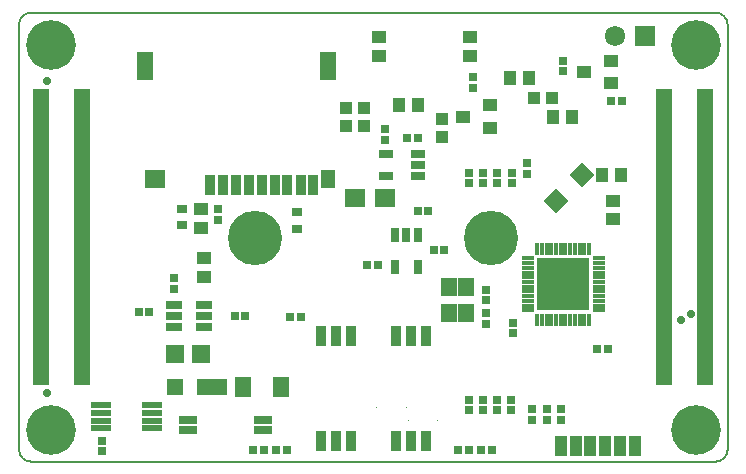
<source format=gts>
%FSLAX44Y44*%
%MOMM*%
G71*
G01*
G75*
G04 Layer_Color=8388736*
%ADD10R,0.5000X0.6000*%
%ADD11R,0.6000X0.5000*%
%ADD12R,0.5000X1.1000*%
%ADD13R,1.1000X0.5000*%
%ADD14R,0.8128X0.8128*%
%ADD15R,1.0160X0.8890*%
%ADD16R,2.4000X1.2500*%
%ADD17R,1.2000X1.2500*%
%ADD18R,0.8890X1.0160*%
%ADD19R,1.6002X1.2954*%
%ADD20R,0.7600X1.5200*%
%ADD21R,0.8128X0.8128*%
%ADD22R,1.0668X0.8128*%
G04:AMPARAMS|DCode=23|XSize=0.22mm|YSize=0.8mm|CornerRadius=0mm|HoleSize=0mm|Usage=FLASHONLY|Rotation=90.000|XOffset=0mm|YOffset=0mm|HoleType=Round|Shape=RoundedRectangle|*
%AMROUNDEDRECTD23*
21,1,0.2200,0.8000,0,0,90.0*
21,1,0.2200,0.8000,0,0,90.0*
1,1,0.0000,0.4000,0.1100*
1,1,0.0000,0.4000,-0.1100*
1,1,0.0000,-0.4000,-0.1100*
1,1,0.0000,-0.4000,0.1100*
%
%ADD23ROUNDEDRECTD23*%
G04:AMPARAMS|DCode=24|XSize=0.22mm|YSize=0.8mm|CornerRadius=0mm|HoleSize=0mm|Usage=FLASHONLY|Rotation=0.000|XOffset=0mm|YOffset=0mm|HoleType=Round|Shape=RoundedRectangle|*
%AMROUNDEDRECTD24*
21,1,0.2200,0.8000,0,0,0.0*
21,1,0.2200,0.8000,0,0,0.0*
1,1,0.0000,0.1100,-0.4000*
1,1,0.0000,-0.1100,-0.4000*
1,1,0.0000,-0.1100,0.4000*
1,1,0.0000,0.1100,0.4000*
%
%ADD24ROUNDEDRECTD24*%
%ADD25R,4.3000X4.3000*%
%ADD26R,0.7000X0.6000*%
%ADD27R,1.2500X0.3000*%
%ADD28R,0.7000X1.6000*%
%ADD29R,1.1000X1.4000*%
%ADD30R,1.6000X1.4000*%
%ADD31R,1.2000X2.2000*%
%ADD32R,1.2000X1.4000*%
%ADD33R,0.8000X1.6000*%
%ADD34R,1.4000X0.6000*%
%ADD35P,1.8385X4X90.0*%
%ADD36R,1.2700X0.5080*%
%ADD37R,1.3970X1.3970*%
%ADD38R,1.2000X1.6000*%
%ADD39R,1.5000X0.4000*%
%ADD40C,0.4000*%
%ADD41C,0.2000*%
%ADD42C,0.3000*%
%ADD43C,0.2540*%
%ADD44C,0.1270*%
%ADD45C,0.6000*%
%ADD46R,1.3000X1.2000*%
%ADD47C,0.0254*%
%ADD48C,4.4000*%
%ADD49C,0.5000*%
G04:AMPARAMS|DCode=50|XSize=4mm|YSize=4mm|CornerRadius=2mm|HoleSize=0mm|Usage=FLASHONLY|Rotation=0.000|XOffset=0mm|YOffset=0mm|HoleType=Round|Shape=RoundedRectangle|*
%AMROUNDEDRECTD50*
21,1,4.0000,0.0000,0,0,0.0*
21,1,0.0000,4.0000,0,0,0.0*
1,1,4.0000,0.0000,0.0000*
1,1,4.0000,0.0000,0.0000*
1,1,4.0000,0.0000,0.0000*
1,1,4.0000,0.0000,0.0000*
%
%ADD50ROUNDEDRECTD50*%
%ADD51R,1.5240X1.5240*%
%ADD52C,1.5240*%
%ADD53C,3.6000*%
%ADD54R,1.4000X1.2000*%
%ADD55R,0.4000X1.0000*%
%ADD56R,1.0000X0.4000*%
%ADD57R,1.6000X1.2000*%
%ADD58O,2.0320X0.6096*%
%ADD59R,2.0320X0.6096*%
%ADD60R,0.7250X2.3500*%
%ADD61R,1.3970X1.3970*%
%ADD62P,1.8385X4X180.0*%
%ADD63R,0.2000X0.7500*%
%ADD64R,0.7500X0.2000*%
%ADD65R,1.5000X0.8000*%
%ADD66R,1.0000X1.5000*%
%ADD67R,2.1000X3.0000*%
%ADD68R,0.8000X2.1000*%
%ADD69R,1.6000X2.2000*%
%ADD70C,0.8000*%
G04:AMPARAMS|DCode=71|XSize=2mm|YSize=2mm|CornerRadius=0mm|HoleSize=0mm|Usage=FLASHONLY|Rotation=180.000|XOffset=0mm|YOffset=0mm|HoleType=Round|Shape=RoundedRectangle|*
%AMROUNDEDRECTD71*
21,1,2.0000,2.0000,0,0,180.0*
21,1,2.0000,2.0000,0,0,180.0*
1,1,0.0000,-1.0000,1.0000*
1,1,0.0000,1.0000,1.0000*
1,1,0.0000,1.0000,-1.0000*
1,1,0.0000,-1.0000,-1.0000*
%
%ADD71ROUNDEDRECTD71*%
%ADD72R,2.1500X6.3000*%
%ADD73C,0.8000*%
%ADD74R,1.1000X0.4000*%
%ADD75R,1.9250X2.3500*%
%ADD76C,4.0000*%
%ADD77C,0.1250*%
%ADD78C,0.1524*%
%ADD79C,0.1200*%
%ADD80C,0.2032*%
%ADD81C,0.1000*%
%ADD82R,0.7000X0.8000*%
%ADD83R,0.8000X0.7000*%
%ADD84R,0.7000X1.3000*%
%ADD85R,1.3000X0.7000*%
%ADD86R,1.0128X1.0128*%
%ADD87R,1.2160X1.0890*%
%ADD88R,2.6000X1.4500*%
%ADD89R,1.4000X1.4500*%
%ADD90R,1.0890X1.2160*%
%ADD91R,1.8002X1.4954*%
%ADD92R,0.9600X1.7200*%
%ADD93R,1.0128X1.0128*%
%ADD94R,1.2668X1.0128*%
G04:AMPARAMS|DCode=95|XSize=0.42mm|YSize=1mm|CornerRadius=0mm|HoleSize=0mm|Usage=FLASHONLY|Rotation=90.000|XOffset=0mm|YOffset=0mm|HoleType=Round|Shape=RoundedRectangle|*
%AMROUNDEDRECTD95*
21,1,0.4200,1.0000,0,0,90.0*
21,1,0.4200,1.0000,0,0,90.0*
1,1,0.0000,0.5000,0.2100*
1,1,0.0000,0.5000,-0.2100*
1,1,0.0000,-0.5000,-0.2100*
1,1,0.0000,-0.5000,0.2100*
%
%ADD95ROUNDEDRECTD95*%
G04:AMPARAMS|DCode=96|XSize=0.42mm|YSize=1mm|CornerRadius=0mm|HoleSize=0mm|Usage=FLASHONLY|Rotation=0.000|XOffset=0mm|YOffset=0mm|HoleType=Round|Shape=RoundedRectangle|*
%AMROUNDEDRECTD96*
21,1,0.4200,1.0000,0,0,0.0*
21,1,0.4200,1.0000,0,0,0.0*
1,1,0.0000,0.2100,-0.5000*
1,1,0.0000,-0.2100,-0.5000*
1,1,0.0000,-0.2100,0.5000*
1,1,0.0000,0.2100,0.5000*
%
%ADD96ROUNDEDRECTD96*%
%ADD97R,4.5000X4.5000*%
%ADD98R,0.9000X0.8000*%
%ADD99R,1.4500X0.5000*%
%ADD100R,0.9000X1.8000*%
%ADD101R,1.3000X1.6000*%
%ADD102R,1.8000X1.6000*%
%ADD103R,1.4000X2.4000*%
%ADD104R,1.4000X1.6000*%
%ADD105R,1.0000X1.8000*%
%ADD106R,1.6000X0.8000*%
%ADD107P,2.1213X4X90.0*%
%ADD108R,1.4700X0.7080*%
%ADD109R,1.5970X1.5970*%
%ADD110R,1.4000X1.8000*%
%ADD111R,1.7000X0.6000*%
%ADD112C,4.6000*%
%ADD113C,0.7000*%
G04:AMPARAMS|DCode=114|XSize=4.2mm|YSize=4.2mm|CornerRadius=2.1mm|HoleSize=0mm|Usage=FLASHONLY|Rotation=0.000|XOffset=0mm|YOffset=0mm|HoleType=Round|Shape=RoundedRectangle|*
%AMROUNDEDRECTD114*
21,1,4.2000,0.0000,0,0,0.0*
21,1,0.0000,4.2000,0,0,0.0*
1,1,4.2000,0.0000,0.0000*
1,1,4.2000,0.0000,0.0000*
1,1,4.2000,0.0000,0.0000*
1,1,4.2000,0.0000,0.0000*
%
%ADD114ROUNDEDRECTD114*%
%ADD115R,1.7240X1.7240*%
%ADD116C,1.7240*%
D41*
X289941Y-190000D02*
G03*
X299941Y-180000I0J10000D01*
G01*
Y180000D02*
G03*
X289941Y190000I-10000J0D01*
G01*
X-300000Y-180000D02*
G03*
X-290000Y-190000I10000J0D01*
G01*
Y190000D02*
G03*
X-300000Y180000I0J-10000D01*
G01*
X300000Y-180000D02*
Y180000D01*
X-300000Y-180000D02*
Y180000D01*
X-290000Y-190000D02*
X289941Y-190000D01*
X-290000Y190000D02*
X289941Y190000D01*
D47*
X53993Y-154584D02*
X54000D01*
X27493Y-143984D02*
X27500D01*
X2493D02*
X2500D01*
X28993Y-154584D02*
X29000D01*
D82*
X-5000Y-24000D02*
D03*
X4000D02*
D03*
X46500Y22000D02*
D03*
X37500D02*
D03*
X210500Y115000D02*
D03*
X201500D02*
D03*
X189500Y-95000D02*
D03*
X198500D02*
D03*
X-101600Y-180474D02*
D03*
X-92600D02*
D03*
X-73053D02*
D03*
X-82053D02*
D03*
X100500D02*
D03*
X91500D02*
D03*
X71953D02*
D03*
X80953D02*
D03*
X60040Y-11000D02*
D03*
X51040D02*
D03*
X28500Y84000D02*
D03*
X37500D02*
D03*
X-70500Y-68000D02*
D03*
X-61500D02*
D03*
X-189500Y-63000D02*
D03*
X-198500D02*
D03*
X-108500Y-67000D02*
D03*
X-117500D02*
D03*
D83*
X10000Y91500D02*
D03*
Y82500D02*
D03*
X117000Y-146500D02*
D03*
Y-137500D02*
D03*
X105000Y-146500D02*
D03*
Y-137500D02*
D03*
X93000Y-146500D02*
D03*
Y-137500D02*
D03*
X81000Y-146500D02*
D03*
Y-137500D02*
D03*
X161000Y140500D02*
D03*
Y149500D02*
D03*
X84000Y126500D02*
D03*
Y135500D02*
D03*
X130340Y53500D02*
D03*
Y62500D02*
D03*
X158900Y-145770D02*
D03*
Y-154770D02*
D03*
X134730Y-145770D02*
D03*
Y-154770D02*
D03*
X146730Y-145770D02*
D03*
Y-154770D02*
D03*
X-131268Y14606D02*
D03*
Y23606D02*
D03*
X-230000Y-172500D02*
D03*
Y-181500D02*
D03*
X95049Y-44566D02*
D03*
Y-53566D02*
D03*
X95130Y-73621D02*
D03*
Y-64621D02*
D03*
X104940Y54500D02*
D03*
Y45500D02*
D03*
X92920Y54500D02*
D03*
Y45500D02*
D03*
X118356Y-81500D02*
D03*
Y-72500D02*
D03*
X80978Y54500D02*
D03*
Y45500D02*
D03*
X117226D02*
D03*
Y54500D02*
D03*
X-169000Y-43500D02*
D03*
Y-34500D02*
D03*
D84*
X37500Y-25500D02*
D03*
X18500D02*
D03*
Y1500D02*
D03*
X28000D02*
D03*
X37500D02*
D03*
D85*
X10842Y51770D02*
D03*
Y70770D02*
D03*
X37842D02*
D03*
Y61270D02*
D03*
Y51770D02*
D03*
D86*
X136380Y118000D02*
D03*
X151620D02*
D03*
D87*
X-143000Y-34001D02*
D03*
Y-17999D02*
D03*
X5000Y169501D02*
D03*
Y153499D02*
D03*
X81730Y169501D02*
D03*
Y153499D02*
D03*
X-146000Y24001D02*
D03*
Y7999D02*
D03*
X203000Y31001D02*
D03*
Y14999D02*
D03*
D88*
X-136750Y-126717D02*
D03*
D89*
X-167500D02*
D03*
D90*
X115999Y135000D02*
D03*
X132001D02*
D03*
X38001Y112000D02*
D03*
X21999D02*
D03*
X210001Y53000D02*
D03*
X193999D02*
D03*
X168001Y102000D02*
D03*
X151999D02*
D03*
D91*
X-15131Y33302D02*
D03*
X10269D02*
D03*
D92*
X44363Y-83550D02*
D03*
X31680D02*
D03*
X18980D02*
D03*
X-19120D02*
D03*
X-31820D02*
D03*
X-44520D02*
D03*
X-44380Y-172450D02*
D03*
X-31680D02*
D03*
X-18980D02*
D03*
X19120D02*
D03*
X31820D02*
D03*
X44520D02*
D03*
D93*
X-8000Y94380D02*
D03*
Y109620D02*
D03*
X-23000Y94380D02*
D03*
Y109620D02*
D03*
X58000Y99620D02*
D03*
Y84380D02*
D03*
D94*
X178608Y139949D02*
D03*
X201544Y149487D02*
D03*
Y130412D02*
D03*
X75608Y101949D02*
D03*
X98544Y111487D02*
D03*
Y92411D02*
D03*
D95*
X130678Y-38000D02*
D03*
Y-42000D02*
D03*
Y-46000D02*
D03*
Y-34000D02*
D03*
Y-30000D02*
D03*
Y-26000D02*
D03*
Y-22000D02*
D03*
Y-18000D02*
D03*
Y-50000D02*
D03*
Y-54000D02*
D03*
Y-62000D02*
D03*
Y-58000D02*
D03*
X190678Y-22000D02*
D03*
Y-18000D02*
D03*
Y-26000D02*
D03*
Y-30000D02*
D03*
Y-62000D02*
D03*
Y-58000D02*
D03*
Y-54000D02*
D03*
Y-50000D02*
D03*
Y-46000D02*
D03*
Y-34000D02*
D03*
Y-38000D02*
D03*
Y-42000D02*
D03*
D96*
X162678Y-10000D02*
D03*
X158678D02*
D03*
X154678D02*
D03*
X166678D02*
D03*
X170678D02*
D03*
X174678D02*
D03*
X178678D02*
D03*
X182678D02*
D03*
X150678D02*
D03*
X146678D02*
D03*
X138678D02*
D03*
X142678D02*
D03*
X182678Y-70000D02*
D03*
X178678D02*
D03*
X174678D02*
D03*
X170678D02*
D03*
X166678D02*
D03*
X138678D02*
D03*
X142678D02*
D03*
X146678D02*
D03*
X150678D02*
D03*
X154678D02*
D03*
X158678D02*
D03*
X162678D02*
D03*
D97*
X160678Y-40000D02*
D03*
D98*
X-65000Y21100D02*
D03*
Y6900D02*
D03*
X-162000Y9900D02*
D03*
Y24100D02*
D03*
D99*
X-246450Y2500D02*
D03*
Y7500D02*
D03*
Y12500D02*
D03*
Y17500D02*
D03*
Y22500D02*
D03*
Y27500D02*
D03*
Y32500D02*
D03*
Y37500D02*
D03*
Y-2500D02*
D03*
Y-7500D02*
D03*
Y-12500D02*
D03*
Y-17500D02*
D03*
Y-22500D02*
D03*
Y-27500D02*
D03*
Y-32500D02*
D03*
Y-37500D02*
D03*
Y-122500D02*
D03*
Y-117500D02*
D03*
Y-112500D02*
D03*
Y-107500D02*
D03*
Y-102500D02*
D03*
Y-97500D02*
D03*
Y-92500D02*
D03*
Y-87500D02*
D03*
Y-82500D02*
D03*
Y-42500D02*
D03*
Y-47500D02*
D03*
Y-52500D02*
D03*
Y-57500D02*
D03*
Y-62500D02*
D03*
Y-67500D02*
D03*
Y-72500D02*
D03*
Y-77500D02*
D03*
Y72500D02*
D03*
Y77500D02*
D03*
Y82500D02*
D03*
Y87500D02*
D03*
Y92500D02*
D03*
Y97500D02*
D03*
Y102500D02*
D03*
Y107500D02*
D03*
Y67500D02*
D03*
Y62500D02*
D03*
Y57500D02*
D03*
Y52500D02*
D03*
Y47500D02*
D03*
Y42500D02*
D03*
Y112500D02*
D03*
Y117500D02*
D03*
Y122500D02*
D03*
X-280950D02*
D03*
Y117500D02*
D03*
Y112500D02*
D03*
Y42500D02*
D03*
Y47500D02*
D03*
Y52500D02*
D03*
Y57500D02*
D03*
Y62500D02*
D03*
Y67500D02*
D03*
Y107500D02*
D03*
Y102500D02*
D03*
Y97500D02*
D03*
Y92500D02*
D03*
Y87500D02*
D03*
Y82500D02*
D03*
Y77500D02*
D03*
Y72500D02*
D03*
Y-77500D02*
D03*
Y-72500D02*
D03*
Y-67500D02*
D03*
Y-62500D02*
D03*
Y-57500D02*
D03*
Y-52500D02*
D03*
Y-47500D02*
D03*
Y-42500D02*
D03*
Y-82500D02*
D03*
Y-87500D02*
D03*
Y-92500D02*
D03*
Y-97500D02*
D03*
Y-102500D02*
D03*
Y-107500D02*
D03*
Y-112500D02*
D03*
Y-117500D02*
D03*
Y-122500D02*
D03*
Y-37500D02*
D03*
Y-32500D02*
D03*
Y-27500D02*
D03*
Y-22500D02*
D03*
Y-17500D02*
D03*
Y-12500D02*
D03*
Y-7500D02*
D03*
Y-2500D02*
D03*
Y37500D02*
D03*
Y32500D02*
D03*
Y27500D02*
D03*
Y22500D02*
D03*
Y17500D02*
D03*
Y12500D02*
D03*
Y7500D02*
D03*
Y2500D02*
D03*
X246450Y2500D02*
D03*
X280950D02*
D03*
Y7500D02*
D03*
X246450D02*
D03*
X280950Y12500D02*
D03*
X246450D02*
D03*
X280950Y17500D02*
D03*
X246450D02*
D03*
X280950Y22500D02*
D03*
X246450D02*
D03*
X280950Y27500D02*
D03*
X246450D02*
D03*
X280950Y32500D02*
D03*
X246450D02*
D03*
X280950Y37500D02*
D03*
X246450D02*
D03*
Y-2500D02*
D03*
X280950D02*
D03*
X246450Y-7500D02*
D03*
X280950D02*
D03*
X246450Y-12500D02*
D03*
X280950D02*
D03*
X246450Y-17500D02*
D03*
X280950D02*
D03*
X246450Y-22500D02*
D03*
X280950D02*
D03*
X246450Y-27500D02*
D03*
X280950D02*
D03*
X246450Y-32500D02*
D03*
X280950D02*
D03*
Y-37500D02*
D03*
X246450D02*
D03*
Y-122500D02*
D03*
X280950D02*
D03*
X246450Y-117500D02*
D03*
X280950D02*
D03*
Y-112500D02*
D03*
X246450D02*
D03*
X280950Y-107500D02*
D03*
X246450D02*
D03*
X280950Y-102500D02*
D03*
X246450D02*
D03*
X280950Y-97500D02*
D03*
X246450D02*
D03*
X280950Y-92500D02*
D03*
X246450D02*
D03*
X280950Y-87500D02*
D03*
X246450D02*
D03*
X280950Y-82500D02*
D03*
X246450D02*
D03*
Y-42500D02*
D03*
X280950D02*
D03*
X246450Y-47500D02*
D03*
X280950D02*
D03*
X246450Y-52500D02*
D03*
X280950D02*
D03*
X246450Y-57500D02*
D03*
X280950D02*
D03*
X246450Y-62500D02*
D03*
X280950D02*
D03*
X246450Y-67500D02*
D03*
X280950D02*
D03*
X246450Y-72500D02*
D03*
X280950D02*
D03*
Y-77500D02*
D03*
X246450D02*
D03*
Y72500D02*
D03*
X280950D02*
D03*
Y77500D02*
D03*
X246450D02*
D03*
X280950Y82500D02*
D03*
X246450D02*
D03*
X280950Y87500D02*
D03*
X246450D02*
D03*
X280950Y92500D02*
D03*
X246450D02*
D03*
X280950Y97500D02*
D03*
X246450D02*
D03*
X280950Y102500D02*
D03*
X246450D02*
D03*
X280950Y107500D02*
D03*
X246450D02*
D03*
Y67500D02*
D03*
X280950D02*
D03*
X246450Y62500D02*
D03*
X280950D02*
D03*
X246450Y57500D02*
D03*
X280950D02*
D03*
X246450Y52500D02*
D03*
X280950D02*
D03*
X246450Y47500D02*
D03*
X280950D02*
D03*
X246450Y42500D02*
D03*
X280950D02*
D03*
X246450Y112500D02*
D03*
X280950D02*
D03*
Y117500D02*
D03*
X246450D02*
D03*
X280950Y122500D02*
D03*
X246450D02*
D03*
D100*
X-50653Y44118D02*
D03*
X-61606D02*
D03*
X-72656D02*
D03*
X-83623D02*
D03*
X-94590D02*
D03*
X-105630D02*
D03*
X-116646D02*
D03*
X-127606D02*
D03*
X-138659D02*
D03*
D101*
X-38596Y49111D02*
D03*
D102*
X-184616Y49201D02*
D03*
D103*
X-38539Y145201D02*
D03*
X-193626Y145198D02*
D03*
D104*
X78736Y-42611D02*
D03*
Y-64612D02*
D03*
X63736D02*
D03*
Y-42611D02*
D03*
D105*
X158750Y-177000D02*
D03*
X171250D02*
D03*
X183750D02*
D03*
X196250D02*
D03*
X208750D02*
D03*
X221250D02*
D03*
D106*
X-156500Y-154800D02*
D03*
X-93500D02*
D03*
Y-163200D02*
D03*
X-156500D02*
D03*
D107*
X177000Y53000D02*
D03*
X155000Y31000D02*
D03*
D108*
X-143000Y-57500D02*
D03*
Y-67000D02*
D03*
Y-76500D02*
D03*
X-169000D02*
D03*
Y-67000D02*
D03*
Y-57500D02*
D03*
D109*
X-146205Y-99000D02*
D03*
X-167795D02*
D03*
D110*
X-110000Y-127000D02*
D03*
X-78000D02*
D03*
D111*
X-187500Y-162000D02*
D03*
Y-155500D02*
D03*
Y-149000D02*
D03*
Y-142500D02*
D03*
X-230500D02*
D03*
Y-149000D02*
D03*
Y-155500D02*
D03*
Y-162000D02*
D03*
D112*
X-100000Y-1000D02*
D03*
X100000D02*
D03*
D113*
X-276200Y-132000D02*
D03*
Y132000D02*
D03*
X260500Y-70000D02*
D03*
X269000Y-65000D02*
D03*
D114*
X-273000Y163000D02*
D03*
X273000D02*
D03*
X-273000Y-163000D02*
D03*
X273000D02*
D03*
D115*
X229700Y170000D02*
D03*
D116*
X204300D02*
D03*
M02*

</source>
